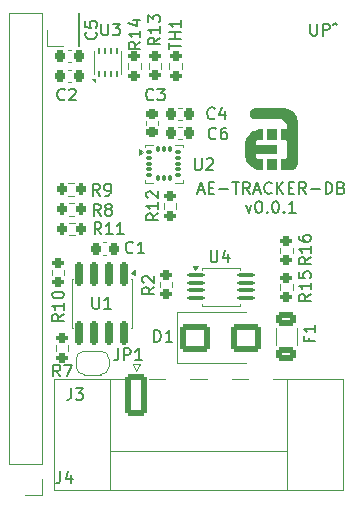
<source format=gbr>
%TF.GenerationSoftware,KiCad,Pcbnew,9.0.6*%
%TF.CreationDate,2026-02-21T13:52:17+10:00*%
%TF.ProjectId,ae-tracker-db,61652d74-7261-4636-9b65-722d64622e6b,rev?*%
%TF.SameCoordinates,Original*%
%TF.FileFunction,Legend,Top*%
%TF.FilePolarity,Positive*%
%FSLAX46Y46*%
G04 Gerber Fmt 4.6, Leading zero omitted, Abs format (unit mm)*
G04 Created by KiCad (PCBNEW 9.0.6) date 2026-02-21 13:52:17*
%MOMM*%
%LPD*%
G01*
G04 APERTURE LIST*
G04 Aperture macros list*
%AMRoundRect*
0 Rectangle with rounded corners*
0 $1 Rounding radius*
0 $2 $3 $4 $5 $6 $7 $8 $9 X,Y pos of 4 corners*
0 Add a 4 corners polygon primitive as box body*
4,1,4,$2,$3,$4,$5,$6,$7,$8,$9,$2,$3,0*
0 Add four circle primitives for the rounded corners*
1,1,$1+$1,$2,$3*
1,1,$1+$1,$4,$5*
1,1,$1+$1,$6,$7*
1,1,$1+$1,$8,$9*
0 Add four rect primitives between the rounded corners*
20,1,$1+$1,$2,$3,$4,$5,0*
20,1,$1+$1,$4,$5,$6,$7,0*
20,1,$1+$1,$6,$7,$8,$9,0*
20,1,$1+$1,$8,$9,$2,$3,0*%
%AMFreePoly0*
4,1,23,0.500000,-0.750000,0.000000,-0.750000,0.000000,-0.745722,-0.065263,-0.745722,-0.191342,-0.711940,-0.304381,-0.646677,-0.396677,-0.554381,-0.461940,-0.441342,-0.495722,-0.315263,-0.495722,-0.250000,-0.500000,-0.250000,-0.500000,0.250000,-0.495722,0.250000,-0.495722,0.315263,-0.461940,0.441342,-0.396677,0.554381,-0.304381,0.646677,-0.191342,0.711940,-0.065263,0.745722,0.000000,0.745722,
0.000000,0.750000,0.500000,0.750000,0.500000,-0.750000,0.500000,-0.750000,$1*%
%AMFreePoly1*
4,1,23,0.000000,0.745722,0.065263,0.745722,0.191342,0.711940,0.304381,0.646677,0.396677,0.554381,0.461940,0.441342,0.495722,0.315263,0.495722,0.250000,0.500000,0.250000,0.500000,-0.250000,0.495722,-0.250000,0.495722,-0.315263,0.461940,-0.441342,0.396677,-0.554381,0.304381,-0.646677,0.191342,-0.711940,0.065263,-0.745722,0.000000,-0.745722,0.000000,-0.750000,-0.500000,-0.750000,
-0.500000,0.750000,0.000000,0.750000,0.000000,0.745722,0.000000,0.745722,$1*%
G04 Aperture macros list end*
%ADD10C,0.150000*%
%ADD11C,0.120000*%
%ADD12C,0.000000*%
%ADD13RoundRect,0.225000X-0.225000X-0.250000X0.225000X-0.250000X0.225000X0.250000X-0.225000X0.250000X0*%
%ADD14RoundRect,0.200000X0.275000X-0.200000X0.275000X0.200000X-0.275000X0.200000X-0.275000X-0.200000X0*%
%ADD15RoundRect,0.150000X-0.150000X0.825000X-0.150000X-0.825000X0.150000X-0.825000X0.150000X0.825000X0*%
%ADD16RoundRect,0.225000X0.250000X-0.225000X0.250000X0.225000X-0.250000X0.225000X-0.250000X-0.225000X0*%
%ADD17R,1.700000X1.700000*%
%ADD18RoundRect,0.200000X-0.275000X0.200000X-0.275000X-0.200000X0.275000X-0.200000X0.275000X0.200000X0*%
%ADD19RoundRect,0.062500X0.062500X-0.187500X0.062500X0.187500X-0.062500X0.187500X-0.062500X-0.187500X0*%
%ADD20R,1.600000X0.900000*%
%ADD21C,1.700000*%
%ADD22RoundRect,0.200000X-0.200000X-0.275000X0.200000X-0.275000X0.200000X0.275000X-0.200000X0.275000X0*%
%ADD23RoundRect,0.225000X0.225000X0.250000X-0.225000X0.250000X-0.225000X-0.250000X0.225000X-0.250000X0*%
%ADD24RoundRect,0.250000X0.625000X-0.312500X0.625000X0.312500X-0.625000X0.312500X-0.625000X-0.312500X0*%
%ADD25FreePoly0,180.000000*%
%ADD26FreePoly1,180.000000*%
%ADD27RoundRect,0.250000X-1.000000X-0.900000X1.000000X-0.900000X1.000000X0.900000X-1.000000X0.900000X0*%
%ADD28RoundRect,0.087500X-0.187500X-0.087500X0.187500X-0.087500X0.187500X0.087500X-0.187500X0.087500X0*%
%ADD29RoundRect,0.087500X-0.087500X-0.187500X0.087500X-0.187500X0.087500X0.187500X-0.087500X0.187500X0*%
%ADD30RoundRect,0.200000X0.200000X0.275000X-0.200000X0.275000X-0.200000X-0.275000X0.200000X-0.275000X0*%
%ADD31RoundRect,0.100000X-0.625000X-0.100000X0.625000X-0.100000X0.625000X0.100000X-0.625000X0.100000X0*%
%ADD32R,1.680000X1.880000*%
%ADD33RoundRect,0.250000X-0.650000X-1.550000X0.650000X-1.550000X0.650000X1.550000X-0.650000X1.550000X0*%
%ADD34O,1.800000X3.600000*%
G04 APERTURE END LIST*
D10*
X150609524Y-94574160D02*
X151085714Y-94574160D01*
X150514286Y-94859875D02*
X150847619Y-93859875D01*
X150847619Y-93859875D02*
X151180952Y-94859875D01*
X151514286Y-94336065D02*
X151847619Y-94336065D01*
X151990476Y-94859875D02*
X151514286Y-94859875D01*
X151514286Y-94859875D02*
X151514286Y-93859875D01*
X151514286Y-93859875D02*
X151990476Y-93859875D01*
X152419048Y-94478922D02*
X153180953Y-94478922D01*
X153514286Y-93859875D02*
X154085714Y-93859875D01*
X153800000Y-94859875D02*
X153800000Y-93859875D01*
X154990476Y-94859875D02*
X154657143Y-94383684D01*
X154419048Y-94859875D02*
X154419048Y-93859875D01*
X154419048Y-93859875D02*
X154800000Y-93859875D01*
X154800000Y-93859875D02*
X154895238Y-93907494D01*
X154895238Y-93907494D02*
X154942857Y-93955113D01*
X154942857Y-93955113D02*
X154990476Y-94050351D01*
X154990476Y-94050351D02*
X154990476Y-94193208D01*
X154990476Y-94193208D02*
X154942857Y-94288446D01*
X154942857Y-94288446D02*
X154895238Y-94336065D01*
X154895238Y-94336065D02*
X154800000Y-94383684D01*
X154800000Y-94383684D02*
X154419048Y-94383684D01*
X155371429Y-94574160D02*
X155847619Y-94574160D01*
X155276191Y-94859875D02*
X155609524Y-93859875D01*
X155609524Y-93859875D02*
X155942857Y-94859875D01*
X156847619Y-94764636D02*
X156800000Y-94812256D01*
X156800000Y-94812256D02*
X156657143Y-94859875D01*
X156657143Y-94859875D02*
X156561905Y-94859875D01*
X156561905Y-94859875D02*
X156419048Y-94812256D01*
X156419048Y-94812256D02*
X156323810Y-94717017D01*
X156323810Y-94717017D02*
X156276191Y-94621779D01*
X156276191Y-94621779D02*
X156228572Y-94431303D01*
X156228572Y-94431303D02*
X156228572Y-94288446D01*
X156228572Y-94288446D02*
X156276191Y-94097970D01*
X156276191Y-94097970D02*
X156323810Y-94002732D01*
X156323810Y-94002732D02*
X156419048Y-93907494D01*
X156419048Y-93907494D02*
X156561905Y-93859875D01*
X156561905Y-93859875D02*
X156657143Y-93859875D01*
X156657143Y-93859875D02*
X156800000Y-93907494D01*
X156800000Y-93907494D02*
X156847619Y-93955113D01*
X157276191Y-94859875D02*
X157276191Y-93859875D01*
X157847619Y-94859875D02*
X157419048Y-94288446D01*
X157847619Y-93859875D02*
X157276191Y-94431303D01*
X158276191Y-94336065D02*
X158609524Y-94336065D01*
X158752381Y-94859875D02*
X158276191Y-94859875D01*
X158276191Y-94859875D02*
X158276191Y-93859875D01*
X158276191Y-93859875D02*
X158752381Y-93859875D01*
X159752381Y-94859875D02*
X159419048Y-94383684D01*
X159180953Y-94859875D02*
X159180953Y-93859875D01*
X159180953Y-93859875D02*
X159561905Y-93859875D01*
X159561905Y-93859875D02*
X159657143Y-93907494D01*
X159657143Y-93907494D02*
X159704762Y-93955113D01*
X159704762Y-93955113D02*
X159752381Y-94050351D01*
X159752381Y-94050351D02*
X159752381Y-94193208D01*
X159752381Y-94193208D02*
X159704762Y-94288446D01*
X159704762Y-94288446D02*
X159657143Y-94336065D01*
X159657143Y-94336065D02*
X159561905Y-94383684D01*
X159561905Y-94383684D02*
X159180953Y-94383684D01*
X160180953Y-94478922D02*
X160942858Y-94478922D01*
X161419048Y-94859875D02*
X161419048Y-93859875D01*
X161419048Y-93859875D02*
X161657143Y-93859875D01*
X161657143Y-93859875D02*
X161800000Y-93907494D01*
X161800000Y-93907494D02*
X161895238Y-94002732D01*
X161895238Y-94002732D02*
X161942857Y-94097970D01*
X161942857Y-94097970D02*
X161990476Y-94288446D01*
X161990476Y-94288446D02*
X161990476Y-94431303D01*
X161990476Y-94431303D02*
X161942857Y-94621779D01*
X161942857Y-94621779D02*
X161895238Y-94717017D01*
X161895238Y-94717017D02*
X161800000Y-94812256D01*
X161800000Y-94812256D02*
X161657143Y-94859875D01*
X161657143Y-94859875D02*
X161419048Y-94859875D01*
X162752381Y-94336065D02*
X162895238Y-94383684D01*
X162895238Y-94383684D02*
X162942857Y-94431303D01*
X162942857Y-94431303D02*
X162990476Y-94526541D01*
X162990476Y-94526541D02*
X162990476Y-94669398D01*
X162990476Y-94669398D02*
X162942857Y-94764636D01*
X162942857Y-94764636D02*
X162895238Y-94812256D01*
X162895238Y-94812256D02*
X162800000Y-94859875D01*
X162800000Y-94859875D02*
X162419048Y-94859875D01*
X162419048Y-94859875D02*
X162419048Y-93859875D01*
X162419048Y-93859875D02*
X162752381Y-93859875D01*
X162752381Y-93859875D02*
X162847619Y-93907494D01*
X162847619Y-93907494D02*
X162895238Y-93955113D01*
X162895238Y-93955113D02*
X162942857Y-94050351D01*
X162942857Y-94050351D02*
X162942857Y-94145589D01*
X162942857Y-94145589D02*
X162895238Y-94240827D01*
X162895238Y-94240827D02*
X162847619Y-94288446D01*
X162847619Y-94288446D02*
X162752381Y-94336065D01*
X162752381Y-94336065D02*
X162419048Y-94336065D01*
X154657143Y-95803152D02*
X154895238Y-96469819D01*
X154895238Y-96469819D02*
X155133333Y-95803152D01*
X155704762Y-95469819D02*
X155800000Y-95469819D01*
X155800000Y-95469819D02*
X155895238Y-95517438D01*
X155895238Y-95517438D02*
X155942857Y-95565057D01*
X155942857Y-95565057D02*
X155990476Y-95660295D01*
X155990476Y-95660295D02*
X156038095Y-95850771D01*
X156038095Y-95850771D02*
X156038095Y-96088866D01*
X156038095Y-96088866D02*
X155990476Y-96279342D01*
X155990476Y-96279342D02*
X155942857Y-96374580D01*
X155942857Y-96374580D02*
X155895238Y-96422200D01*
X155895238Y-96422200D02*
X155800000Y-96469819D01*
X155800000Y-96469819D02*
X155704762Y-96469819D01*
X155704762Y-96469819D02*
X155609524Y-96422200D01*
X155609524Y-96422200D02*
X155561905Y-96374580D01*
X155561905Y-96374580D02*
X155514286Y-96279342D01*
X155514286Y-96279342D02*
X155466667Y-96088866D01*
X155466667Y-96088866D02*
X155466667Y-95850771D01*
X155466667Y-95850771D02*
X155514286Y-95660295D01*
X155514286Y-95660295D02*
X155561905Y-95565057D01*
X155561905Y-95565057D02*
X155609524Y-95517438D01*
X155609524Y-95517438D02*
X155704762Y-95469819D01*
X156466667Y-96374580D02*
X156514286Y-96422200D01*
X156514286Y-96422200D02*
X156466667Y-96469819D01*
X156466667Y-96469819D02*
X156419048Y-96422200D01*
X156419048Y-96422200D02*
X156466667Y-96374580D01*
X156466667Y-96374580D02*
X156466667Y-96469819D01*
X157133333Y-95469819D02*
X157228571Y-95469819D01*
X157228571Y-95469819D02*
X157323809Y-95517438D01*
X157323809Y-95517438D02*
X157371428Y-95565057D01*
X157371428Y-95565057D02*
X157419047Y-95660295D01*
X157419047Y-95660295D02*
X157466666Y-95850771D01*
X157466666Y-95850771D02*
X157466666Y-96088866D01*
X157466666Y-96088866D02*
X157419047Y-96279342D01*
X157419047Y-96279342D02*
X157371428Y-96374580D01*
X157371428Y-96374580D02*
X157323809Y-96422200D01*
X157323809Y-96422200D02*
X157228571Y-96469819D01*
X157228571Y-96469819D02*
X157133333Y-96469819D01*
X157133333Y-96469819D02*
X157038095Y-96422200D01*
X157038095Y-96422200D02*
X156990476Y-96374580D01*
X156990476Y-96374580D02*
X156942857Y-96279342D01*
X156942857Y-96279342D02*
X156895238Y-96088866D01*
X156895238Y-96088866D02*
X156895238Y-95850771D01*
X156895238Y-95850771D02*
X156942857Y-95660295D01*
X156942857Y-95660295D02*
X156990476Y-95565057D01*
X156990476Y-95565057D02*
X157038095Y-95517438D01*
X157038095Y-95517438D02*
X157133333Y-95469819D01*
X157895238Y-96374580D02*
X157942857Y-96422200D01*
X157942857Y-96422200D02*
X157895238Y-96469819D01*
X157895238Y-96469819D02*
X157847619Y-96422200D01*
X157847619Y-96422200D02*
X157895238Y-96374580D01*
X157895238Y-96374580D02*
X157895238Y-96469819D01*
X158895237Y-96469819D02*
X158323809Y-96469819D01*
X158609523Y-96469819D02*
X158609523Y-95469819D01*
X158609523Y-95469819D02*
X158514285Y-95612676D01*
X158514285Y-95612676D02*
X158419047Y-95707914D01*
X158419047Y-95707914D02*
X158323809Y-95755533D01*
X160128571Y-80469819D02*
X160128571Y-81279342D01*
X160128571Y-81279342D02*
X160176190Y-81374580D01*
X160176190Y-81374580D02*
X160223809Y-81422200D01*
X160223809Y-81422200D02*
X160319047Y-81469819D01*
X160319047Y-81469819D02*
X160509523Y-81469819D01*
X160509523Y-81469819D02*
X160604761Y-81422200D01*
X160604761Y-81422200D02*
X160652380Y-81374580D01*
X160652380Y-81374580D02*
X160699999Y-81279342D01*
X160699999Y-81279342D02*
X160699999Y-80469819D01*
X161176190Y-81469819D02*
X161176190Y-80469819D01*
X161176190Y-80469819D02*
X161557142Y-80469819D01*
X161557142Y-80469819D02*
X161652380Y-80517438D01*
X161652380Y-80517438D02*
X161699999Y-80565057D01*
X161699999Y-80565057D02*
X161747618Y-80660295D01*
X161747618Y-80660295D02*
X161747618Y-80803152D01*
X161747618Y-80803152D02*
X161699999Y-80898390D01*
X161699999Y-80898390D02*
X161652380Y-80946009D01*
X161652380Y-80946009D02*
X161557142Y-80993628D01*
X161557142Y-80993628D02*
X161176190Y-80993628D01*
X162033333Y-80565057D02*
X162223809Y-80422200D01*
X162223809Y-80422200D02*
X162414285Y-80565057D01*
X152139341Y-90163840D02*
X152091722Y-90211460D01*
X152091722Y-90211460D02*
X151948865Y-90259079D01*
X151948865Y-90259079D02*
X151853627Y-90259079D01*
X151853627Y-90259079D02*
X151710770Y-90211460D01*
X151710770Y-90211460D02*
X151615532Y-90116221D01*
X151615532Y-90116221D02*
X151567913Y-90020983D01*
X151567913Y-90020983D02*
X151520294Y-89830507D01*
X151520294Y-89830507D02*
X151520294Y-89687650D01*
X151520294Y-89687650D02*
X151567913Y-89497174D01*
X151567913Y-89497174D02*
X151615532Y-89401936D01*
X151615532Y-89401936D02*
X151710770Y-89306698D01*
X151710770Y-89306698D02*
X151853627Y-89259079D01*
X151853627Y-89259079D02*
X151948865Y-89259079D01*
X151948865Y-89259079D02*
X152091722Y-89306698D01*
X152091722Y-89306698D02*
X152139341Y-89354317D01*
X152996484Y-89259079D02*
X152806008Y-89259079D01*
X152806008Y-89259079D02*
X152710770Y-89306698D01*
X152710770Y-89306698D02*
X152663151Y-89354317D01*
X152663151Y-89354317D02*
X152567913Y-89497174D01*
X152567913Y-89497174D02*
X152520294Y-89687650D01*
X152520294Y-89687650D02*
X152520294Y-90068602D01*
X152520294Y-90068602D02*
X152567913Y-90163840D01*
X152567913Y-90163840D02*
X152615532Y-90211460D01*
X152615532Y-90211460D02*
X152710770Y-90259079D01*
X152710770Y-90259079D02*
X152901246Y-90259079D01*
X152901246Y-90259079D02*
X152996484Y-90211460D01*
X152996484Y-90211460D02*
X153044103Y-90163840D01*
X153044103Y-90163840D02*
X153091722Y-90068602D01*
X153091722Y-90068602D02*
X153091722Y-89830507D01*
X153091722Y-89830507D02*
X153044103Y-89735269D01*
X153044103Y-89735269D02*
X152996484Y-89687650D01*
X152996484Y-89687650D02*
X152901246Y-89640031D01*
X152901246Y-89640031D02*
X152710770Y-89640031D01*
X152710770Y-89640031D02*
X152615532Y-89687650D01*
X152615532Y-89687650D02*
X152567913Y-89735269D01*
X152567913Y-89735269D02*
X152520294Y-89830507D01*
X146904819Y-102766666D02*
X146428628Y-103099999D01*
X146904819Y-103338094D02*
X145904819Y-103338094D01*
X145904819Y-103338094D02*
X145904819Y-102957142D01*
X145904819Y-102957142D02*
X145952438Y-102861904D01*
X145952438Y-102861904D02*
X146000057Y-102814285D01*
X146000057Y-102814285D02*
X146095295Y-102766666D01*
X146095295Y-102766666D02*
X146238152Y-102766666D01*
X146238152Y-102766666D02*
X146333390Y-102814285D01*
X146333390Y-102814285D02*
X146381009Y-102861904D01*
X146381009Y-102861904D02*
X146428628Y-102957142D01*
X146428628Y-102957142D02*
X146428628Y-103338094D01*
X146000057Y-102385713D02*
X145952438Y-102338094D01*
X145952438Y-102338094D02*
X145904819Y-102242856D01*
X145904819Y-102242856D02*
X145904819Y-102004761D01*
X145904819Y-102004761D02*
X145952438Y-101909523D01*
X145952438Y-101909523D02*
X146000057Y-101861904D01*
X146000057Y-101861904D02*
X146095295Y-101814285D01*
X146095295Y-101814285D02*
X146190533Y-101814285D01*
X146190533Y-101814285D02*
X146333390Y-101861904D01*
X146333390Y-101861904D02*
X146904819Y-102433332D01*
X146904819Y-102433332D02*
X146904819Y-101814285D01*
X141667483Y-103588233D02*
X141667483Y-104397756D01*
X141667483Y-104397756D02*
X141715102Y-104492994D01*
X141715102Y-104492994D02*
X141762721Y-104540614D01*
X141762721Y-104540614D02*
X141857959Y-104588233D01*
X141857959Y-104588233D02*
X142048435Y-104588233D01*
X142048435Y-104588233D02*
X142143673Y-104540614D01*
X142143673Y-104540614D02*
X142191292Y-104492994D01*
X142191292Y-104492994D02*
X142238911Y-104397756D01*
X142238911Y-104397756D02*
X142238911Y-103588233D01*
X143238911Y-104588233D02*
X142667483Y-104588233D01*
X142953197Y-104588233D02*
X142953197Y-103588233D01*
X142953197Y-103588233D02*
X142857959Y-103731090D01*
X142857959Y-103731090D02*
X142762721Y-103826328D01*
X142762721Y-103826328D02*
X142667483Y-103873947D01*
X160154819Y-100242857D02*
X159678628Y-100576190D01*
X160154819Y-100814285D02*
X159154819Y-100814285D01*
X159154819Y-100814285D02*
X159154819Y-100433333D01*
X159154819Y-100433333D02*
X159202438Y-100338095D01*
X159202438Y-100338095D02*
X159250057Y-100290476D01*
X159250057Y-100290476D02*
X159345295Y-100242857D01*
X159345295Y-100242857D02*
X159488152Y-100242857D01*
X159488152Y-100242857D02*
X159583390Y-100290476D01*
X159583390Y-100290476D02*
X159631009Y-100338095D01*
X159631009Y-100338095D02*
X159678628Y-100433333D01*
X159678628Y-100433333D02*
X159678628Y-100814285D01*
X160154819Y-99290476D02*
X160154819Y-99861904D01*
X160154819Y-99576190D02*
X159154819Y-99576190D01*
X159154819Y-99576190D02*
X159297676Y-99671428D01*
X159297676Y-99671428D02*
X159392914Y-99766666D01*
X159392914Y-99766666D02*
X159440533Y-99861904D01*
X159154819Y-98433333D02*
X159154819Y-98623809D01*
X159154819Y-98623809D02*
X159202438Y-98719047D01*
X159202438Y-98719047D02*
X159250057Y-98766666D01*
X159250057Y-98766666D02*
X159392914Y-98861904D01*
X159392914Y-98861904D02*
X159583390Y-98909523D01*
X159583390Y-98909523D02*
X159964342Y-98909523D01*
X159964342Y-98909523D02*
X160059580Y-98861904D01*
X160059580Y-98861904D02*
X160107200Y-98814285D01*
X160107200Y-98814285D02*
X160154819Y-98719047D01*
X160154819Y-98719047D02*
X160154819Y-98528571D01*
X160154819Y-98528571D02*
X160107200Y-98433333D01*
X160107200Y-98433333D02*
X160059580Y-98385714D01*
X160059580Y-98385714D02*
X159964342Y-98338095D01*
X159964342Y-98338095D02*
X159726247Y-98338095D01*
X159726247Y-98338095D02*
X159631009Y-98385714D01*
X159631009Y-98385714D02*
X159583390Y-98433333D01*
X159583390Y-98433333D02*
X159535771Y-98528571D01*
X159535771Y-98528571D02*
X159535771Y-98719047D01*
X159535771Y-98719047D02*
X159583390Y-98814285D01*
X159583390Y-98814285D02*
X159631009Y-98861904D01*
X159631009Y-98861904D02*
X159726247Y-98909523D01*
X146833333Y-86859580D02*
X146785714Y-86907200D01*
X146785714Y-86907200D02*
X146642857Y-86954819D01*
X146642857Y-86954819D02*
X146547619Y-86954819D01*
X146547619Y-86954819D02*
X146404762Y-86907200D01*
X146404762Y-86907200D02*
X146309524Y-86811961D01*
X146309524Y-86811961D02*
X146261905Y-86716723D01*
X146261905Y-86716723D02*
X146214286Y-86526247D01*
X146214286Y-86526247D02*
X146214286Y-86383390D01*
X146214286Y-86383390D02*
X146261905Y-86192914D01*
X146261905Y-86192914D02*
X146309524Y-86097676D01*
X146309524Y-86097676D02*
X146404762Y-86002438D01*
X146404762Y-86002438D02*
X146547619Y-85954819D01*
X146547619Y-85954819D02*
X146642857Y-85954819D01*
X146642857Y-85954819D02*
X146785714Y-86002438D01*
X146785714Y-86002438D02*
X146833333Y-86050057D01*
X147166667Y-85954819D02*
X147785714Y-85954819D01*
X147785714Y-85954819D02*
X147452381Y-86335771D01*
X147452381Y-86335771D02*
X147595238Y-86335771D01*
X147595238Y-86335771D02*
X147690476Y-86383390D01*
X147690476Y-86383390D02*
X147738095Y-86431009D01*
X147738095Y-86431009D02*
X147785714Y-86526247D01*
X147785714Y-86526247D02*
X147785714Y-86764342D01*
X147785714Y-86764342D02*
X147738095Y-86859580D01*
X147738095Y-86859580D02*
X147690476Y-86907200D01*
X147690476Y-86907200D02*
X147595238Y-86954819D01*
X147595238Y-86954819D02*
X147309524Y-86954819D01*
X147309524Y-86954819D02*
X147214286Y-86907200D01*
X147214286Y-86907200D02*
X147166667Y-86859580D01*
X147385065Y-81642857D02*
X146908874Y-81976190D01*
X147385065Y-82214285D02*
X146385065Y-82214285D01*
X146385065Y-82214285D02*
X146385065Y-81833333D01*
X146385065Y-81833333D02*
X146432684Y-81738095D01*
X146432684Y-81738095D02*
X146480303Y-81690476D01*
X146480303Y-81690476D02*
X146575541Y-81642857D01*
X146575541Y-81642857D02*
X146718398Y-81642857D01*
X146718398Y-81642857D02*
X146813636Y-81690476D01*
X146813636Y-81690476D02*
X146861255Y-81738095D01*
X146861255Y-81738095D02*
X146908874Y-81833333D01*
X146908874Y-81833333D02*
X146908874Y-82214285D01*
X147385065Y-80690476D02*
X147385065Y-81261904D01*
X147385065Y-80976190D02*
X146385065Y-80976190D01*
X146385065Y-80976190D02*
X146527922Y-81071428D01*
X146527922Y-81071428D02*
X146623160Y-81166666D01*
X146623160Y-81166666D02*
X146670779Y-81261904D01*
X146385065Y-80357142D02*
X146385065Y-79738095D01*
X146385065Y-79738095D02*
X146766017Y-80071428D01*
X146766017Y-80071428D02*
X146766017Y-79928571D01*
X146766017Y-79928571D02*
X146813636Y-79833333D01*
X146813636Y-79833333D02*
X146861255Y-79785714D01*
X146861255Y-79785714D02*
X146956493Y-79738095D01*
X146956493Y-79738095D02*
X147194588Y-79738095D01*
X147194588Y-79738095D02*
X147289826Y-79785714D01*
X147289826Y-79785714D02*
X147337446Y-79833333D01*
X147337446Y-79833333D02*
X147385065Y-79928571D01*
X147385065Y-79928571D02*
X147385065Y-80214285D01*
X147385065Y-80214285D02*
X147337446Y-80309523D01*
X147337446Y-80309523D02*
X147289826Y-80357142D01*
X142438095Y-80454819D02*
X142438095Y-81264342D01*
X142438095Y-81264342D02*
X142485714Y-81359580D01*
X142485714Y-81359580D02*
X142533333Y-81407200D01*
X142533333Y-81407200D02*
X142628571Y-81454819D01*
X142628571Y-81454819D02*
X142819047Y-81454819D01*
X142819047Y-81454819D02*
X142914285Y-81407200D01*
X142914285Y-81407200D02*
X142961904Y-81359580D01*
X142961904Y-81359580D02*
X143009523Y-81264342D01*
X143009523Y-81264342D02*
X143009523Y-80454819D01*
X143390476Y-80454819D02*
X144009523Y-80454819D01*
X144009523Y-80454819D02*
X143676190Y-80835771D01*
X143676190Y-80835771D02*
X143819047Y-80835771D01*
X143819047Y-80835771D02*
X143914285Y-80883390D01*
X143914285Y-80883390D02*
X143961904Y-80931009D01*
X143961904Y-80931009D02*
X144009523Y-81026247D01*
X144009523Y-81026247D02*
X144009523Y-81264342D01*
X144009523Y-81264342D02*
X143961904Y-81359580D01*
X143961904Y-81359580D02*
X143914285Y-81407200D01*
X143914285Y-81407200D02*
X143819047Y-81454819D01*
X143819047Y-81454819D02*
X143533333Y-81454819D01*
X143533333Y-81454819D02*
X143438095Y-81407200D01*
X143438095Y-81407200D02*
X143390476Y-81359580D01*
X138966666Y-118354819D02*
X138966666Y-119069104D01*
X138966666Y-119069104D02*
X138919047Y-119211961D01*
X138919047Y-119211961D02*
X138823809Y-119307200D01*
X138823809Y-119307200D02*
X138680952Y-119354819D01*
X138680952Y-119354819D02*
X138585714Y-119354819D01*
X139871428Y-118688152D02*
X139871428Y-119354819D01*
X139633333Y-118307200D02*
X139395238Y-119021485D01*
X139395238Y-119021485D02*
X140014285Y-119021485D01*
X160154819Y-103342857D02*
X159678628Y-103676190D01*
X160154819Y-103914285D02*
X159154819Y-103914285D01*
X159154819Y-103914285D02*
X159154819Y-103533333D01*
X159154819Y-103533333D02*
X159202438Y-103438095D01*
X159202438Y-103438095D02*
X159250057Y-103390476D01*
X159250057Y-103390476D02*
X159345295Y-103342857D01*
X159345295Y-103342857D02*
X159488152Y-103342857D01*
X159488152Y-103342857D02*
X159583390Y-103390476D01*
X159583390Y-103390476D02*
X159631009Y-103438095D01*
X159631009Y-103438095D02*
X159678628Y-103533333D01*
X159678628Y-103533333D02*
X159678628Y-103914285D01*
X160154819Y-102390476D02*
X160154819Y-102961904D01*
X160154819Y-102676190D02*
X159154819Y-102676190D01*
X159154819Y-102676190D02*
X159297676Y-102771428D01*
X159297676Y-102771428D02*
X159392914Y-102866666D01*
X159392914Y-102866666D02*
X159440533Y-102961904D01*
X159154819Y-101485714D02*
X159154819Y-101961904D01*
X159154819Y-101961904D02*
X159631009Y-102009523D01*
X159631009Y-102009523D02*
X159583390Y-101961904D01*
X159583390Y-101961904D02*
X159535771Y-101866666D01*
X159535771Y-101866666D02*
X159535771Y-101628571D01*
X159535771Y-101628571D02*
X159583390Y-101533333D01*
X159583390Y-101533333D02*
X159631009Y-101485714D01*
X159631009Y-101485714D02*
X159726247Y-101438095D01*
X159726247Y-101438095D02*
X159964342Y-101438095D01*
X159964342Y-101438095D02*
X160059580Y-101485714D01*
X160059580Y-101485714D02*
X160107200Y-101533333D01*
X160107200Y-101533333D02*
X160154819Y-101628571D01*
X160154819Y-101628571D02*
X160154819Y-101866666D01*
X160154819Y-101866666D02*
X160107200Y-101961904D01*
X160107200Y-101961904D02*
X160059580Y-102009523D01*
X147244950Y-96530670D02*
X146768759Y-96864003D01*
X147244950Y-97102098D02*
X146244950Y-97102098D01*
X146244950Y-97102098D02*
X146244950Y-96721146D01*
X146244950Y-96721146D02*
X146292569Y-96625908D01*
X146292569Y-96625908D02*
X146340188Y-96578289D01*
X146340188Y-96578289D02*
X146435426Y-96530670D01*
X146435426Y-96530670D02*
X146578283Y-96530670D01*
X146578283Y-96530670D02*
X146673521Y-96578289D01*
X146673521Y-96578289D02*
X146721140Y-96625908D01*
X146721140Y-96625908D02*
X146768759Y-96721146D01*
X146768759Y-96721146D02*
X146768759Y-97102098D01*
X147244950Y-95578289D02*
X147244950Y-96149717D01*
X147244950Y-95864003D02*
X146244950Y-95864003D01*
X146244950Y-95864003D02*
X146387807Y-95959241D01*
X146387807Y-95959241D02*
X146483045Y-96054479D01*
X146483045Y-96054479D02*
X146530664Y-96149717D01*
X146340188Y-95197336D02*
X146292569Y-95149717D01*
X146292569Y-95149717D02*
X146244950Y-95054479D01*
X146244950Y-95054479D02*
X146244950Y-94816384D01*
X146244950Y-94816384D02*
X146292569Y-94721146D01*
X146292569Y-94721146D02*
X146340188Y-94673527D01*
X146340188Y-94673527D02*
X146435426Y-94625908D01*
X146435426Y-94625908D02*
X146530664Y-94625908D01*
X146530664Y-94625908D02*
X146673521Y-94673527D01*
X146673521Y-94673527D02*
X147244950Y-95244955D01*
X147244950Y-95244955D02*
X147244950Y-94625908D01*
X145108343Y-99806236D02*
X145060724Y-99853856D01*
X145060724Y-99853856D02*
X144917867Y-99901475D01*
X144917867Y-99901475D02*
X144822629Y-99901475D01*
X144822629Y-99901475D02*
X144679772Y-99853856D01*
X144679772Y-99853856D02*
X144584534Y-99758617D01*
X144584534Y-99758617D02*
X144536915Y-99663379D01*
X144536915Y-99663379D02*
X144489296Y-99472903D01*
X144489296Y-99472903D02*
X144489296Y-99330046D01*
X144489296Y-99330046D02*
X144536915Y-99139570D01*
X144536915Y-99139570D02*
X144584534Y-99044332D01*
X144584534Y-99044332D02*
X144679772Y-98949094D01*
X144679772Y-98949094D02*
X144822629Y-98901475D01*
X144822629Y-98901475D02*
X144917867Y-98901475D01*
X144917867Y-98901475D02*
X145060724Y-98949094D01*
X145060724Y-98949094D02*
X145108343Y-98996713D01*
X146060724Y-99901475D02*
X145489296Y-99901475D01*
X145775010Y-99901475D02*
X145775010Y-98901475D01*
X145775010Y-98901475D02*
X145679772Y-99044332D01*
X145679772Y-99044332D02*
X145584534Y-99139570D01*
X145584534Y-99139570D02*
X145489296Y-99187189D01*
X142298032Y-95008550D02*
X141964699Y-94532359D01*
X141726604Y-95008550D02*
X141726604Y-94008550D01*
X141726604Y-94008550D02*
X142107556Y-94008550D01*
X142107556Y-94008550D02*
X142202794Y-94056169D01*
X142202794Y-94056169D02*
X142250413Y-94103788D01*
X142250413Y-94103788D02*
X142298032Y-94199026D01*
X142298032Y-94199026D02*
X142298032Y-94341883D01*
X142298032Y-94341883D02*
X142250413Y-94437121D01*
X142250413Y-94437121D02*
X142202794Y-94484740D01*
X142202794Y-94484740D02*
X142107556Y-94532359D01*
X142107556Y-94532359D02*
X141726604Y-94532359D01*
X142774223Y-95008550D02*
X142964699Y-95008550D01*
X142964699Y-95008550D02*
X143059937Y-94960931D01*
X143059937Y-94960931D02*
X143107556Y-94913311D01*
X143107556Y-94913311D02*
X143202794Y-94770454D01*
X143202794Y-94770454D02*
X143250413Y-94579978D01*
X143250413Y-94579978D02*
X143250413Y-94199026D01*
X143250413Y-94199026D02*
X143202794Y-94103788D01*
X143202794Y-94103788D02*
X143155175Y-94056169D01*
X143155175Y-94056169D02*
X143059937Y-94008550D01*
X143059937Y-94008550D02*
X142869461Y-94008550D01*
X142869461Y-94008550D02*
X142774223Y-94056169D01*
X142774223Y-94056169D02*
X142726604Y-94103788D01*
X142726604Y-94103788D02*
X142678985Y-94199026D01*
X142678985Y-94199026D02*
X142678985Y-94437121D01*
X142678985Y-94437121D02*
X142726604Y-94532359D01*
X142726604Y-94532359D02*
X142774223Y-94579978D01*
X142774223Y-94579978D02*
X142869461Y-94627597D01*
X142869461Y-94627597D02*
X143059937Y-94627597D01*
X143059937Y-94627597D02*
X143155175Y-94579978D01*
X143155175Y-94579978D02*
X143202794Y-94532359D01*
X143202794Y-94532359D02*
X143250413Y-94437121D01*
X139254819Y-105042857D02*
X138778628Y-105376190D01*
X139254819Y-105614285D02*
X138254819Y-105614285D01*
X138254819Y-105614285D02*
X138254819Y-105233333D01*
X138254819Y-105233333D02*
X138302438Y-105138095D01*
X138302438Y-105138095D02*
X138350057Y-105090476D01*
X138350057Y-105090476D02*
X138445295Y-105042857D01*
X138445295Y-105042857D02*
X138588152Y-105042857D01*
X138588152Y-105042857D02*
X138683390Y-105090476D01*
X138683390Y-105090476D02*
X138731009Y-105138095D01*
X138731009Y-105138095D02*
X138778628Y-105233333D01*
X138778628Y-105233333D02*
X138778628Y-105614285D01*
X139254819Y-104090476D02*
X139254819Y-104661904D01*
X139254819Y-104376190D02*
X138254819Y-104376190D01*
X138254819Y-104376190D02*
X138397676Y-104471428D01*
X138397676Y-104471428D02*
X138492914Y-104566666D01*
X138492914Y-104566666D02*
X138540533Y-104661904D01*
X138254819Y-103471428D02*
X138254819Y-103376190D01*
X138254819Y-103376190D02*
X138302438Y-103280952D01*
X138302438Y-103280952D02*
X138350057Y-103233333D01*
X138350057Y-103233333D02*
X138445295Y-103185714D01*
X138445295Y-103185714D02*
X138635771Y-103138095D01*
X138635771Y-103138095D02*
X138873866Y-103138095D01*
X138873866Y-103138095D02*
X139064342Y-103185714D01*
X139064342Y-103185714D02*
X139159580Y-103233333D01*
X139159580Y-103233333D02*
X139207200Y-103280952D01*
X139207200Y-103280952D02*
X139254819Y-103376190D01*
X139254819Y-103376190D02*
X139254819Y-103471428D01*
X139254819Y-103471428D02*
X139207200Y-103566666D01*
X139207200Y-103566666D02*
X139159580Y-103614285D01*
X139159580Y-103614285D02*
X139064342Y-103661904D01*
X139064342Y-103661904D02*
X138873866Y-103709523D01*
X138873866Y-103709523D02*
X138635771Y-103709523D01*
X138635771Y-103709523D02*
X138445295Y-103661904D01*
X138445295Y-103661904D02*
X138350057Y-103614285D01*
X138350057Y-103614285D02*
X138302438Y-103566666D01*
X138302438Y-103566666D02*
X138254819Y-103471428D01*
X139333333Y-86859580D02*
X139285714Y-86907200D01*
X139285714Y-86907200D02*
X139142857Y-86954819D01*
X139142857Y-86954819D02*
X139047619Y-86954819D01*
X139047619Y-86954819D02*
X138904762Y-86907200D01*
X138904762Y-86907200D02*
X138809524Y-86811961D01*
X138809524Y-86811961D02*
X138761905Y-86716723D01*
X138761905Y-86716723D02*
X138714286Y-86526247D01*
X138714286Y-86526247D02*
X138714286Y-86383390D01*
X138714286Y-86383390D02*
X138761905Y-86192914D01*
X138761905Y-86192914D02*
X138809524Y-86097676D01*
X138809524Y-86097676D02*
X138904762Y-86002438D01*
X138904762Y-86002438D02*
X139047619Y-85954819D01*
X139047619Y-85954819D02*
X139142857Y-85954819D01*
X139142857Y-85954819D02*
X139285714Y-86002438D01*
X139285714Y-86002438D02*
X139333333Y-86050057D01*
X139714286Y-86050057D02*
X139761905Y-86002438D01*
X139761905Y-86002438D02*
X139857143Y-85954819D01*
X139857143Y-85954819D02*
X140095238Y-85954819D01*
X140095238Y-85954819D02*
X140190476Y-86002438D01*
X140190476Y-86002438D02*
X140238095Y-86050057D01*
X140238095Y-86050057D02*
X140285714Y-86145295D01*
X140285714Y-86145295D02*
X140285714Y-86240533D01*
X140285714Y-86240533D02*
X140238095Y-86383390D01*
X140238095Y-86383390D02*
X139666667Y-86954819D01*
X139666667Y-86954819D02*
X140285714Y-86954819D01*
X142364372Y-96731203D02*
X142031039Y-96255012D01*
X141792944Y-96731203D02*
X141792944Y-95731203D01*
X141792944Y-95731203D02*
X142173896Y-95731203D01*
X142173896Y-95731203D02*
X142269134Y-95778822D01*
X142269134Y-95778822D02*
X142316753Y-95826441D01*
X142316753Y-95826441D02*
X142364372Y-95921679D01*
X142364372Y-95921679D02*
X142364372Y-96064536D01*
X142364372Y-96064536D02*
X142316753Y-96159774D01*
X142316753Y-96159774D02*
X142269134Y-96207393D01*
X142269134Y-96207393D02*
X142173896Y-96255012D01*
X142173896Y-96255012D02*
X141792944Y-96255012D01*
X142935801Y-96159774D02*
X142840563Y-96112155D01*
X142840563Y-96112155D02*
X142792944Y-96064536D01*
X142792944Y-96064536D02*
X142745325Y-95969298D01*
X142745325Y-95969298D02*
X142745325Y-95921679D01*
X142745325Y-95921679D02*
X142792944Y-95826441D01*
X142792944Y-95826441D02*
X142840563Y-95778822D01*
X142840563Y-95778822D02*
X142935801Y-95731203D01*
X142935801Y-95731203D02*
X143126277Y-95731203D01*
X143126277Y-95731203D02*
X143221515Y-95778822D01*
X143221515Y-95778822D02*
X143269134Y-95826441D01*
X143269134Y-95826441D02*
X143316753Y-95921679D01*
X143316753Y-95921679D02*
X143316753Y-95969298D01*
X143316753Y-95969298D02*
X143269134Y-96064536D01*
X143269134Y-96064536D02*
X143221515Y-96112155D01*
X143221515Y-96112155D02*
X143126277Y-96159774D01*
X143126277Y-96159774D02*
X142935801Y-96159774D01*
X142935801Y-96159774D02*
X142840563Y-96207393D01*
X142840563Y-96207393D02*
X142792944Y-96255012D01*
X142792944Y-96255012D02*
X142745325Y-96350250D01*
X142745325Y-96350250D02*
X142745325Y-96540726D01*
X142745325Y-96540726D02*
X142792944Y-96635964D01*
X142792944Y-96635964D02*
X142840563Y-96683584D01*
X142840563Y-96683584D02*
X142935801Y-96731203D01*
X142935801Y-96731203D02*
X143126277Y-96731203D01*
X143126277Y-96731203D02*
X143221515Y-96683584D01*
X143221515Y-96683584D02*
X143269134Y-96635964D01*
X143269134Y-96635964D02*
X143316753Y-96540726D01*
X143316753Y-96540726D02*
X143316753Y-96350250D01*
X143316753Y-96350250D02*
X143269134Y-96255012D01*
X143269134Y-96255012D02*
X143221515Y-96207393D01*
X143221515Y-96207393D02*
X143126277Y-96159774D01*
X160031009Y-107033333D02*
X160031009Y-107366666D01*
X160554819Y-107366666D02*
X159554819Y-107366666D01*
X159554819Y-107366666D02*
X159554819Y-106890476D01*
X160554819Y-105985714D02*
X160554819Y-106557142D01*
X160554819Y-106271428D02*
X159554819Y-106271428D01*
X159554819Y-106271428D02*
X159697676Y-106366666D01*
X159697676Y-106366666D02*
X159792914Y-106461904D01*
X159792914Y-106461904D02*
X159840533Y-106557142D01*
X138938872Y-110322802D02*
X138605539Y-109846611D01*
X138367444Y-110322802D02*
X138367444Y-109322802D01*
X138367444Y-109322802D02*
X138748396Y-109322802D01*
X138748396Y-109322802D02*
X138843634Y-109370421D01*
X138843634Y-109370421D02*
X138891253Y-109418040D01*
X138891253Y-109418040D02*
X138938872Y-109513278D01*
X138938872Y-109513278D02*
X138938872Y-109656135D01*
X138938872Y-109656135D02*
X138891253Y-109751373D01*
X138891253Y-109751373D02*
X138843634Y-109798992D01*
X138843634Y-109798992D02*
X138748396Y-109846611D01*
X138748396Y-109846611D02*
X138367444Y-109846611D01*
X139272206Y-109322802D02*
X139938872Y-109322802D01*
X139938872Y-109322802D02*
X139510301Y-110322802D01*
X143866666Y-107954819D02*
X143866666Y-108669104D01*
X143866666Y-108669104D02*
X143819047Y-108811961D01*
X143819047Y-108811961D02*
X143723809Y-108907200D01*
X143723809Y-108907200D02*
X143580952Y-108954819D01*
X143580952Y-108954819D02*
X143485714Y-108954819D01*
X144342857Y-108954819D02*
X144342857Y-107954819D01*
X144342857Y-107954819D02*
X144723809Y-107954819D01*
X144723809Y-107954819D02*
X144819047Y-108002438D01*
X144819047Y-108002438D02*
X144866666Y-108050057D01*
X144866666Y-108050057D02*
X144914285Y-108145295D01*
X144914285Y-108145295D02*
X144914285Y-108288152D01*
X144914285Y-108288152D02*
X144866666Y-108383390D01*
X144866666Y-108383390D02*
X144819047Y-108431009D01*
X144819047Y-108431009D02*
X144723809Y-108478628D01*
X144723809Y-108478628D02*
X144342857Y-108478628D01*
X145866666Y-108954819D02*
X145295238Y-108954819D01*
X145580952Y-108954819D02*
X145580952Y-107954819D01*
X145580952Y-107954819D02*
X145485714Y-108097676D01*
X145485714Y-108097676D02*
X145390476Y-108192914D01*
X145390476Y-108192914D02*
X145295238Y-108240533D01*
X146911905Y-107392319D02*
X146911905Y-106392319D01*
X146911905Y-106392319D02*
X147150000Y-106392319D01*
X147150000Y-106392319D02*
X147292857Y-106439938D01*
X147292857Y-106439938D02*
X147388095Y-106535176D01*
X147388095Y-106535176D02*
X147435714Y-106630414D01*
X147435714Y-106630414D02*
X147483333Y-106820890D01*
X147483333Y-106820890D02*
X147483333Y-106963747D01*
X147483333Y-106963747D02*
X147435714Y-107154223D01*
X147435714Y-107154223D02*
X147388095Y-107249461D01*
X147388095Y-107249461D02*
X147292857Y-107344700D01*
X147292857Y-107344700D02*
X147150000Y-107392319D01*
X147150000Y-107392319D02*
X146911905Y-107392319D01*
X148435714Y-107392319D02*
X147864286Y-107392319D01*
X148150000Y-107392319D02*
X148150000Y-106392319D01*
X148150000Y-106392319D02*
X148054762Y-106535176D01*
X148054762Y-106535176D02*
X147959524Y-106630414D01*
X147959524Y-106630414D02*
X147864286Y-106678033D01*
X150338095Y-91854819D02*
X150338095Y-92664342D01*
X150338095Y-92664342D02*
X150385714Y-92759580D01*
X150385714Y-92759580D02*
X150433333Y-92807200D01*
X150433333Y-92807200D02*
X150528571Y-92854819D01*
X150528571Y-92854819D02*
X150719047Y-92854819D01*
X150719047Y-92854819D02*
X150814285Y-92807200D01*
X150814285Y-92807200D02*
X150861904Y-92759580D01*
X150861904Y-92759580D02*
X150909523Y-92664342D01*
X150909523Y-92664342D02*
X150909523Y-91854819D01*
X151338095Y-91950057D02*
X151385714Y-91902438D01*
X151385714Y-91902438D02*
X151480952Y-91854819D01*
X151480952Y-91854819D02*
X151719047Y-91854819D01*
X151719047Y-91854819D02*
X151814285Y-91902438D01*
X151814285Y-91902438D02*
X151861904Y-91950057D01*
X151861904Y-91950057D02*
X151909523Y-92045295D01*
X151909523Y-92045295D02*
X151909523Y-92140533D01*
X151909523Y-92140533D02*
X151861904Y-92283390D01*
X151861904Y-92283390D02*
X151290476Y-92854819D01*
X151290476Y-92854819D02*
X151909523Y-92854819D01*
X141959580Y-81166666D02*
X142007200Y-81214285D01*
X142007200Y-81214285D02*
X142054819Y-81357142D01*
X142054819Y-81357142D02*
X142054819Y-81452380D01*
X142054819Y-81452380D02*
X142007200Y-81595237D01*
X142007200Y-81595237D02*
X141911961Y-81690475D01*
X141911961Y-81690475D02*
X141816723Y-81738094D01*
X141816723Y-81738094D02*
X141626247Y-81785713D01*
X141626247Y-81785713D02*
X141483390Y-81785713D01*
X141483390Y-81785713D02*
X141292914Y-81738094D01*
X141292914Y-81738094D02*
X141197676Y-81690475D01*
X141197676Y-81690475D02*
X141102438Y-81595237D01*
X141102438Y-81595237D02*
X141054819Y-81452380D01*
X141054819Y-81452380D02*
X141054819Y-81357142D01*
X141054819Y-81357142D02*
X141102438Y-81214285D01*
X141102438Y-81214285D02*
X141150057Y-81166666D01*
X141054819Y-80261904D02*
X141054819Y-80738094D01*
X141054819Y-80738094D02*
X141531009Y-80785713D01*
X141531009Y-80785713D02*
X141483390Y-80738094D01*
X141483390Y-80738094D02*
X141435771Y-80642856D01*
X141435771Y-80642856D02*
X141435771Y-80404761D01*
X141435771Y-80404761D02*
X141483390Y-80309523D01*
X141483390Y-80309523D02*
X141531009Y-80261904D01*
X141531009Y-80261904D02*
X141626247Y-80214285D01*
X141626247Y-80214285D02*
X141864342Y-80214285D01*
X141864342Y-80214285D02*
X141959580Y-80261904D01*
X141959580Y-80261904D02*
X142007200Y-80309523D01*
X142007200Y-80309523D02*
X142054819Y-80404761D01*
X142054819Y-80404761D02*
X142054819Y-80642856D01*
X142054819Y-80642856D02*
X142007200Y-80738094D01*
X142007200Y-80738094D02*
X141959580Y-80785713D01*
X142423497Y-98278581D02*
X142090164Y-97802390D01*
X141852069Y-98278581D02*
X141852069Y-97278581D01*
X141852069Y-97278581D02*
X142233021Y-97278581D01*
X142233021Y-97278581D02*
X142328259Y-97326200D01*
X142328259Y-97326200D02*
X142375878Y-97373819D01*
X142375878Y-97373819D02*
X142423497Y-97469057D01*
X142423497Y-97469057D02*
X142423497Y-97611914D01*
X142423497Y-97611914D02*
X142375878Y-97707152D01*
X142375878Y-97707152D02*
X142328259Y-97754771D01*
X142328259Y-97754771D02*
X142233021Y-97802390D01*
X142233021Y-97802390D02*
X141852069Y-97802390D01*
X143375878Y-98278581D02*
X142804450Y-98278581D01*
X143090164Y-98278581D02*
X143090164Y-97278581D01*
X143090164Y-97278581D02*
X142994926Y-97421438D01*
X142994926Y-97421438D02*
X142899688Y-97516676D01*
X142899688Y-97516676D02*
X142804450Y-97564295D01*
X144328259Y-98278581D02*
X143756831Y-98278581D01*
X144042545Y-98278581D02*
X144042545Y-97278581D01*
X144042545Y-97278581D02*
X143947307Y-97421438D01*
X143947307Y-97421438D02*
X143852069Y-97516676D01*
X143852069Y-97516676D02*
X143756831Y-97564295D01*
X151688095Y-99654819D02*
X151688095Y-100464342D01*
X151688095Y-100464342D02*
X151735714Y-100559580D01*
X151735714Y-100559580D02*
X151783333Y-100607200D01*
X151783333Y-100607200D02*
X151878571Y-100654819D01*
X151878571Y-100654819D02*
X152069047Y-100654819D01*
X152069047Y-100654819D02*
X152164285Y-100607200D01*
X152164285Y-100607200D02*
X152211904Y-100559580D01*
X152211904Y-100559580D02*
X152259523Y-100464342D01*
X152259523Y-100464342D02*
X152259523Y-99654819D01*
X153164285Y-99988152D02*
X153164285Y-100654819D01*
X152926190Y-99607200D02*
X152688095Y-100321485D01*
X152688095Y-100321485D02*
X153307142Y-100321485D01*
X145739657Y-81992219D02*
X145263466Y-82325552D01*
X145739657Y-82563647D02*
X144739657Y-82563647D01*
X144739657Y-82563647D02*
X144739657Y-82182695D01*
X144739657Y-82182695D02*
X144787276Y-82087457D01*
X144787276Y-82087457D02*
X144834895Y-82039838D01*
X144834895Y-82039838D02*
X144930133Y-81992219D01*
X144930133Y-81992219D02*
X145072990Y-81992219D01*
X145072990Y-81992219D02*
X145168228Y-82039838D01*
X145168228Y-82039838D02*
X145215847Y-82087457D01*
X145215847Y-82087457D02*
X145263466Y-82182695D01*
X145263466Y-82182695D02*
X145263466Y-82563647D01*
X145739657Y-81039838D02*
X145739657Y-81611266D01*
X145739657Y-81325552D02*
X144739657Y-81325552D01*
X144739657Y-81325552D02*
X144882514Y-81420790D01*
X144882514Y-81420790D02*
X144977752Y-81516028D01*
X144977752Y-81516028D02*
X145025371Y-81611266D01*
X145072990Y-80182695D02*
X145739657Y-80182695D01*
X144692038Y-80420790D02*
X145406323Y-80658885D01*
X145406323Y-80658885D02*
X145406323Y-80039838D01*
X148168904Y-82635075D02*
X148168904Y-82063647D01*
X149168904Y-82349361D02*
X148168904Y-82349361D01*
X149168904Y-81730313D02*
X148168904Y-81730313D01*
X148645094Y-81730313D02*
X148645094Y-81158885D01*
X149168904Y-81158885D02*
X148168904Y-81158885D01*
X149168904Y-80158885D02*
X149168904Y-80730313D01*
X149168904Y-80444599D02*
X148168904Y-80444599D01*
X148168904Y-80444599D02*
X148311761Y-80539837D01*
X148311761Y-80539837D02*
X148406999Y-80635075D01*
X148406999Y-80635075D02*
X148454618Y-80730313D01*
X152013166Y-88454747D02*
X151965547Y-88502367D01*
X151965547Y-88502367D02*
X151822690Y-88549986D01*
X151822690Y-88549986D02*
X151727452Y-88549986D01*
X151727452Y-88549986D02*
X151584595Y-88502367D01*
X151584595Y-88502367D02*
X151489357Y-88407128D01*
X151489357Y-88407128D02*
X151441738Y-88311890D01*
X151441738Y-88311890D02*
X151394119Y-88121414D01*
X151394119Y-88121414D02*
X151394119Y-87978557D01*
X151394119Y-87978557D02*
X151441738Y-87788081D01*
X151441738Y-87788081D02*
X151489357Y-87692843D01*
X151489357Y-87692843D02*
X151584595Y-87597605D01*
X151584595Y-87597605D02*
X151727452Y-87549986D01*
X151727452Y-87549986D02*
X151822690Y-87549986D01*
X151822690Y-87549986D02*
X151965547Y-87597605D01*
X151965547Y-87597605D02*
X152013166Y-87645224D01*
X152870309Y-87883319D02*
X152870309Y-88549986D01*
X152632214Y-87502367D02*
X152394119Y-88216652D01*
X152394119Y-88216652D02*
X153013166Y-88216652D01*
X139866666Y-111322319D02*
X139866666Y-112036604D01*
X139866666Y-112036604D02*
X139819047Y-112179461D01*
X139819047Y-112179461D02*
X139723809Y-112274700D01*
X139723809Y-112274700D02*
X139580952Y-112322319D01*
X139580952Y-112322319D02*
X139485714Y-112322319D01*
X140247619Y-111322319D02*
X140866666Y-111322319D01*
X140866666Y-111322319D02*
X140533333Y-111703271D01*
X140533333Y-111703271D02*
X140676190Y-111703271D01*
X140676190Y-111703271D02*
X140771428Y-111750890D01*
X140771428Y-111750890D02*
X140819047Y-111798509D01*
X140819047Y-111798509D02*
X140866666Y-111893747D01*
X140866666Y-111893747D02*
X140866666Y-112131842D01*
X140866666Y-112131842D02*
X140819047Y-112227080D01*
X140819047Y-112227080D02*
X140771428Y-112274700D01*
X140771428Y-112274700D02*
X140676190Y-112322319D01*
X140676190Y-112322319D02*
X140390476Y-112322319D01*
X140390476Y-112322319D02*
X140295238Y-112274700D01*
X140295238Y-112274700D02*
X140247619Y-112227080D01*
D11*
%TO.C,C6*%
X148940428Y-89194260D02*
X149221588Y-89194260D01*
X148940428Y-90214260D02*
X149221588Y-90214260D01*
%TO.C,R2*%
X147398989Y-102782258D02*
X147398989Y-102307742D01*
X148443989Y-102782258D02*
X148443989Y-102307742D01*
%TO.C,U1*%
X139906888Y-102073414D02*
X140001888Y-102073414D01*
X139906888Y-106193414D02*
X139906888Y-102073414D01*
X140001888Y-106193414D02*
X139906888Y-106193414D01*
X144931888Y-102073414D02*
X145026888Y-102073414D01*
X145026888Y-102073414D02*
X145026888Y-106193414D01*
X145026888Y-106193414D02*
X144931888Y-106193414D01*
X145266888Y-101773414D02*
X144936888Y-101533414D01*
X145266888Y-101293414D01*
X145266888Y-101773414D01*
G36*
X145266888Y-101773414D02*
G01*
X144936888Y-101533414D01*
X145266888Y-101293414D01*
X145266888Y-101773414D01*
G37*
%TO.C,R16*%
X157577500Y-99912258D02*
X157577500Y-99437742D01*
X158622500Y-99912258D02*
X158622500Y-99437742D01*
%TO.C,C3*%
X146205547Y-89016492D02*
X146205547Y-88735332D01*
X147225547Y-89016492D02*
X147225547Y-88735332D01*
%TO.C,J2*%
X137792975Y-82335572D02*
X137792975Y-80955572D01*
X139172975Y-82335572D02*
X137792975Y-82335572D01*
X140442975Y-79575572D02*
X140552975Y-79575572D01*
X140442975Y-82335572D02*
X140442975Y-79575572D01*
X140442975Y-82335572D02*
X140552975Y-82335572D01*
X140552975Y-82335572D02*
X140552975Y-79575572D01*
%TO.C,R13*%
X146465167Y-83780626D02*
X146465167Y-84255142D01*
X147510167Y-83780626D02*
X147510167Y-84255142D01*
%TO.C,U3*%
X141838491Y-84755622D02*
X141838491Y-82755622D01*
X144118491Y-84745622D02*
X144118491Y-82745622D01*
X141908491Y-85395622D02*
X141628491Y-85115622D01*
X141908491Y-85115622D01*
X141908491Y-85395622D01*
G36*
X141908491Y-85395622D02*
G01*
X141628491Y-85115622D01*
X141908491Y-85115622D01*
X141908491Y-85395622D01*
G37*
%TO.C,J4*%
X134620000Y-117730000D02*
X134620000Y-79520000D01*
X137380000Y-79520000D02*
X134620000Y-79520000D01*
X137380000Y-117730000D02*
X134620000Y-117730000D01*
X137380000Y-117730000D02*
X137380000Y-79520000D01*
X137380000Y-119000000D02*
X137380000Y-120380000D01*
X137380000Y-120380000D02*
X136000000Y-120380000D01*
%TO.C,R15*%
X157577500Y-103012258D02*
X157577500Y-102537742D01*
X158622500Y-103012258D02*
X158622500Y-102537742D01*
%TO.C,R12*%
X147697631Y-96125071D02*
X147697631Y-95650555D01*
X148742631Y-96125071D02*
X148742631Y-95650555D01*
%TO.C,C1*%
X142572836Y-98985917D02*
X142853996Y-98985917D01*
X142572836Y-100005917D02*
X142853996Y-100005917D01*
%TO.C,R9*%
X139645360Y-93972989D02*
X140119876Y-93972989D01*
X139645360Y-95017989D02*
X140119876Y-95017989D01*
%TO.C,R10*%
X138229161Y-101291714D02*
X138229161Y-101766230D01*
X139274161Y-101291714D02*
X139274161Y-101766230D01*
%TO.C,C2*%
X139869071Y-84365614D02*
X139587911Y-84365614D01*
X139869071Y-85385614D02*
X139587911Y-85385614D01*
%TO.C,R8*%
X139677248Y-95660436D02*
X140151764Y-95660436D01*
X139677248Y-96705436D02*
X140151764Y-96705436D01*
%TO.C,F1*%
X157190000Y-107664564D02*
X157190000Y-106210436D01*
X159010000Y-107664564D02*
X159010000Y-106210436D01*
%TO.C,R7*%
X138577500Y-108137258D02*
X138577500Y-107662742D01*
X139622500Y-108137258D02*
X139622500Y-107662742D01*
%TO.C,JP1*%
X140280777Y-109476007D02*
X140280777Y-108876007D01*
X140980777Y-108176007D02*
X142380777Y-108176007D01*
X142380777Y-110176007D02*
X140980777Y-110176007D01*
X143080777Y-108876007D02*
X143080777Y-109476007D01*
X140280777Y-108876007D02*
G75*
G02*
X140980777Y-108176007I700000J0D01*
G01*
X140980777Y-110176007D02*
G75*
G02*
X140280777Y-109476007I0J700000D01*
G01*
X142380777Y-108176007D02*
G75*
G02*
X143080777Y-108876007I1J-699999D01*
G01*
X143080777Y-109476007D02*
G75*
G02*
X142380777Y-110176007I-699999J-1D01*
G01*
%TO.C,D1*%
X148840000Y-104887500D02*
X148840000Y-109187500D01*
X148840000Y-104887500D02*
X154650000Y-104887500D01*
X148840000Y-109187500D02*
X154650000Y-109187500D01*
%TO.C,U2*%
X146090000Y-90689749D02*
X146765000Y-90689749D01*
X146090000Y-90864749D02*
X146090000Y-90689749D01*
X146090000Y-93909749D02*
X146090000Y-93734749D01*
X146765000Y-93909749D02*
X146090000Y-93909749D01*
X148635000Y-90689749D02*
X149310000Y-90689749D01*
X149310000Y-90689749D02*
X149310000Y-90864749D01*
X149310000Y-93734749D02*
X149310000Y-93909749D01*
X149310000Y-93909749D02*
X148635000Y-93909749D01*
X145940000Y-91299749D02*
X145610000Y-91539749D01*
X145610000Y-91059749D01*
X145940000Y-91299749D01*
G36*
X145940000Y-91299749D02*
G01*
X145610000Y-91539749D01*
X145610000Y-91059749D01*
X145940000Y-91299749D01*
G37*
D12*
%TO.C,G\u002A\u002A\u002A*%
G36*
X156873420Y-89386573D02*
G01*
X157290326Y-89389393D01*
X157290326Y-90305388D01*
X156872741Y-90308208D01*
X156455155Y-90311029D01*
X156454644Y-90001081D01*
X156454292Y-89914995D01*
X156453562Y-89830194D01*
X156452517Y-89750739D01*
X156451219Y-89680691D01*
X156449734Y-89624113D01*
X156448139Y-89585347D01*
X156446231Y-89533414D01*
X156446185Y-89483780D01*
X156447941Y-89444249D01*
X156449329Y-89431657D01*
X156456513Y-89383754D01*
X156873420Y-89386573D01*
G37*
G36*
X157293136Y-92398580D02*
G01*
X157290326Y-92859397D01*
X156879778Y-92862489D01*
X156770308Y-92863171D01*
X156680624Y-92863383D01*
X156608963Y-92863078D01*
X156553561Y-92862211D01*
X156512655Y-92860738D01*
X156484483Y-92858613D01*
X156467282Y-92855790D01*
X156459287Y-92852226D01*
X156458837Y-92851712D01*
X156456268Y-92837543D01*
X156454041Y-92803306D01*
X156452186Y-92750488D01*
X156450735Y-92680570D01*
X156449718Y-92595036D01*
X156449169Y-92495371D01*
X156449105Y-92390623D01*
X156449766Y-91943402D01*
X157295946Y-91937764D01*
X157293136Y-92398580D01*
G37*
G36*
X156142639Y-90310776D02*
G01*
X155939843Y-90310776D01*
X155850467Y-90311570D01*
X155779503Y-90314332D01*
X155723858Y-90319626D01*
X155680437Y-90328021D01*
X155646146Y-90340079D01*
X155617889Y-90356371D01*
X155596726Y-90373583D01*
X155560458Y-90413091D01*
X155535210Y-90457243D01*
X155519187Y-90510864D01*
X155510595Y-90578780D01*
X155508888Y-90609759D01*
X155504392Y-90720155D01*
X156397359Y-90722911D01*
X157290326Y-90725668D01*
X157290326Y-91523122D01*
X156401273Y-91528510D01*
X155512219Y-91533899D01*
X155512390Y-91641663D01*
X155513039Y-91693112D01*
X155515578Y-91729353D01*
X155521185Y-91756723D01*
X155531039Y-91781554D01*
X155542473Y-91803309D01*
X155586441Y-91861839D01*
X155643316Y-91903570D01*
X155711292Y-91927181D01*
X155712260Y-91927366D01*
X155742009Y-91930940D01*
X155788317Y-91934004D01*
X155846194Y-91936337D01*
X155910645Y-91937724D01*
X155955522Y-91938014D01*
X156142639Y-91938014D01*
X156142639Y-92395374D01*
X156142454Y-92492468D01*
X156141928Y-92582689D01*
X156141098Y-92663804D01*
X156140005Y-92733574D01*
X156138687Y-92789763D01*
X156137184Y-92830131D01*
X156135535Y-92852444D01*
X156134556Y-92856222D01*
X156121579Y-92856999D01*
X156090833Y-92856922D01*
X156046084Y-92856061D01*
X155991097Y-92854479D01*
X155948663Y-92852983D01*
X155776139Y-92839442D01*
X155618157Y-92811733D01*
X155472097Y-92768729D01*
X155335344Y-92709306D01*
X155205279Y-92632337D01*
X155079286Y-92536695D01*
X154962148Y-92428685D01*
X154887083Y-92350114D01*
X154826433Y-92277834D01*
X154776373Y-92206648D01*
X154733080Y-92131364D01*
X154711977Y-92088884D01*
X154686785Y-92033521D01*
X154666650Y-91982837D01*
X154649809Y-91931084D01*
X154634498Y-91872517D01*
X154618954Y-91801386D01*
X154610027Y-91756676D01*
X154604453Y-91727372D01*
X154599791Y-91699994D01*
X154595959Y-91672343D01*
X154592878Y-91642222D01*
X154590464Y-91607431D01*
X154588637Y-91565772D01*
X154587316Y-91515048D01*
X154586418Y-91453060D01*
X154585866Y-91377609D01*
X154585573Y-91286497D01*
X154585462Y-91177527D01*
X154585447Y-91092066D01*
X154585447Y-90553245D01*
X154616141Y-90419577D01*
X154652102Y-90287830D01*
X154697088Y-90171103D01*
X154753985Y-90063758D01*
X154825673Y-89960156D01*
X154891820Y-89880457D01*
X155009867Y-89759921D01*
X155135586Y-89657314D01*
X155270335Y-89572030D01*
X155415469Y-89503466D01*
X155572347Y-89451017D01*
X155742325Y-89414079D01*
X155926761Y-89392049D01*
X155999310Y-89387537D01*
X156142639Y-89380663D01*
X156142639Y-90310776D01*
G37*
G36*
X156171450Y-87617924D02*
G01*
X156330170Y-87618283D01*
X156507974Y-87618800D01*
X156706057Y-87619437D01*
X156719598Y-87619482D01*
X158001570Y-87623712D01*
X158125498Y-87651146D01*
X158256542Y-87686151D01*
X158372799Y-87730799D01*
X158479858Y-87787715D01*
X158583313Y-87859524D01*
X158604037Y-87875883D01*
X158716397Y-87977164D01*
X158814373Y-88087914D01*
X158896014Y-88205436D01*
X158959362Y-88327030D01*
X158990374Y-88408739D01*
X159004433Y-88453584D01*
X159014796Y-88490972D01*
X159022824Y-88527454D01*
X159029882Y-88569578D01*
X159037332Y-88623896D01*
X159040815Y-88651209D01*
X159042052Y-88671784D01*
X159043253Y-88712986D01*
X159044409Y-88773891D01*
X159045515Y-88853572D01*
X159046565Y-88951105D01*
X159047554Y-89065564D01*
X159048476Y-89196023D01*
X159049325Y-89341558D01*
X159050095Y-89501243D01*
X159050781Y-89674153D01*
X159051377Y-89859362D01*
X159051877Y-90055946D01*
X159052275Y-90262977D01*
X159052566Y-90479533D01*
X159052633Y-90547856D01*
X159052838Y-90779560D01*
X159053010Y-90990706D01*
X159053142Y-91182291D01*
X159053221Y-91355311D01*
X159053233Y-91510761D01*
X159053172Y-91649637D01*
X159053025Y-91772936D01*
X159052781Y-91881653D01*
X159052429Y-91976783D01*
X159051959Y-92059323D01*
X159051360Y-92130268D01*
X159050619Y-92190615D01*
X159049728Y-92241359D01*
X159048675Y-92283496D01*
X159047448Y-92318021D01*
X159046038Y-92345931D01*
X159044432Y-92368221D01*
X159042621Y-92385888D01*
X159040594Y-92399927D01*
X159038338Y-92411333D01*
X159035845Y-92421104D01*
X159033102Y-92430233D01*
X159031996Y-92433729D01*
X158994754Y-92524365D01*
X158943879Y-92609223D01*
X158883678Y-92681380D01*
X158869435Y-92695022D01*
X158814561Y-92742064D01*
X158764158Y-92776919D01*
X158709783Y-92804661D01*
X158645660Y-92829428D01*
X158561943Y-92858711D01*
X158109333Y-92860580D01*
X158011545Y-92860866D01*
X157919610Y-92860908D01*
X157835952Y-92860723D01*
X157762995Y-92860326D01*
X157703166Y-92859732D01*
X157658888Y-92858957D01*
X157632585Y-92858015D01*
X157627089Y-92857513D01*
X157597455Y-92852577D01*
X157597455Y-91940501D01*
X157777959Y-91935800D01*
X157854233Y-91933245D01*
X157912795Y-91929463D01*
X157957484Y-91923525D01*
X157992135Y-91914503D01*
X158020589Y-91901469D01*
X158046685Y-91883496D01*
X158067502Y-91865780D01*
X158082775Y-91852254D01*
X158095793Y-91840042D01*
X158106745Y-91827398D01*
X158115818Y-91812572D01*
X158123202Y-91793815D01*
X158129083Y-91769380D01*
X158133651Y-91737518D01*
X158137093Y-91696480D01*
X158139598Y-91644519D01*
X158141353Y-91579884D01*
X158142547Y-91500829D01*
X158143367Y-91405605D01*
X158144003Y-91292462D01*
X158144642Y-91159654D01*
X158144698Y-91148364D01*
X158145225Y-90999874D01*
X158145252Y-90869278D01*
X158144785Y-90757135D01*
X158143832Y-90664002D01*
X158142399Y-90590438D01*
X158140493Y-90537001D01*
X158138121Y-90504251D01*
X158136638Y-90495325D01*
X158108610Y-90430587D01*
X158062230Y-90376933D01*
X158023767Y-90348829D01*
X158003916Y-90336927D01*
X157986123Y-90328230D01*
X157966496Y-90322111D01*
X157941142Y-90317946D01*
X157906169Y-90315109D01*
X157857686Y-90312975D01*
X157791799Y-90310920D01*
X157786889Y-90310776D01*
X157602842Y-90305388D01*
X157602842Y-89389394D01*
X157872253Y-89384005D01*
X158141663Y-89378616D01*
X158140362Y-89195417D01*
X158139624Y-89126404D01*
X158138180Y-89074252D01*
X158135501Y-89034273D01*
X158131056Y-89001775D01*
X158124316Y-88972070D01*
X158114750Y-88940466D01*
X158109935Y-88926007D01*
X158066970Y-88830383D01*
X158007010Y-88743829D01*
X157933029Y-88669548D01*
X157848002Y-88610737D01*
X157792005Y-88583838D01*
X157732159Y-88559609D01*
X155361349Y-88548833D01*
X155293148Y-88524186D01*
X155199947Y-88481914D01*
X155123817Y-88427780D01*
X155062847Y-88359817D01*
X155015125Y-88276057D01*
X154990373Y-88212409D01*
X154971487Y-88123308D01*
X154972443Y-88033334D01*
X154991866Y-87945399D01*
X155028379Y-87862410D01*
X155080606Y-87787275D01*
X155147170Y-87722901D01*
X155226695Y-87672197D01*
X155251526Y-87660661D01*
X155267538Y-87653974D01*
X155283500Y-87647978D01*
X155300609Y-87642641D01*
X155320060Y-87637929D01*
X155343049Y-87633809D01*
X155370772Y-87630246D01*
X155404425Y-87627208D01*
X155445205Y-87624660D01*
X155494303Y-87622570D01*
X155552921Y-87620903D01*
X155622251Y-87619627D01*
X155703490Y-87618707D01*
X155797833Y-87618111D01*
X155906477Y-87617804D01*
X156030617Y-87617753D01*
X156171450Y-87617924D01*
G37*
D11*
%TO.C,C5*%
X139869071Y-82690000D02*
X139587911Y-82690000D01*
X139869071Y-83710000D02*
X139587911Y-83710000D01*
%TO.C,R11*%
X140158712Y-97347062D02*
X139684196Y-97347062D01*
X140158712Y-98392062D02*
X139684196Y-98392062D01*
%TO.C,U4*%
X150941489Y-101115000D02*
X154161489Y-101115000D01*
X150941489Y-101290000D02*
X150941489Y-101115000D01*
X150941489Y-104335000D02*
X150941489Y-104160000D01*
X154161489Y-101115000D02*
X154161489Y-101290000D01*
X154161489Y-104160000D02*
X154161489Y-104335000D01*
X154161489Y-104335000D02*
X150941489Y-104335000D01*
X150391489Y-101285000D02*
X150151489Y-100955000D01*
X150631489Y-100955000D01*
X150391489Y-101285000D01*
G36*
X150391489Y-101285000D02*
G01*
X150151489Y-100955000D01*
X150631489Y-100955000D01*
X150391489Y-101285000D01*
G37*
%TO.C,R14*%
X144710381Y-84291026D02*
X144710381Y-83816510D01*
X145755381Y-84291026D02*
X145755381Y-83816510D01*
%TO.C,TH1*%
X148191585Y-84261620D02*
X148191585Y-83787104D01*
X149236585Y-84261620D02*
X149236585Y-83787104D01*
%TO.C,C4*%
X148939253Y-87585167D02*
X149220413Y-87585167D01*
X148939253Y-88605167D02*
X149220413Y-88605167D01*
%TO.C,J3*%
X138390000Y-110557500D02*
X138390000Y-119977500D01*
X138390000Y-110557500D02*
X144350000Y-110557500D01*
X138390000Y-119977500D02*
X162910000Y-119977500D01*
X143190000Y-110557500D02*
X143190000Y-119977500D01*
X143190000Y-116667500D02*
X158110000Y-116667500D01*
X145100000Y-109267500D02*
X145700000Y-109267500D01*
X145400000Y-109867500D02*
X145100000Y-109267500D01*
X145700000Y-109267500D02*
X145400000Y-109867500D01*
X146450000Y-110557500D02*
X147850000Y-110557500D01*
X149950000Y-110557500D02*
X151350000Y-110557500D01*
X153450000Y-110557500D02*
X154850000Y-110557500D01*
X158110000Y-110557500D02*
X158110000Y-119977500D01*
X162910000Y-110557500D02*
X156950000Y-110557500D01*
X162910000Y-119977500D02*
X162910000Y-110557500D01*
%TD*%
%LPC*%
%TO.C,JP1*%
G36*
X141830777Y-109926007D02*
G01*
X141530777Y-109926007D01*
X141530777Y-108426007D01*
X141830777Y-108426007D01*
X141830777Y-109926007D01*
G37*
%TD*%
D13*
%TO.C,C6*%
X148306008Y-89704260D03*
X149856008Y-89704260D03*
%TD*%
D14*
%TO.C,R2*%
X147921489Y-103370000D03*
X147921489Y-101720000D03*
%TD*%
D15*
%TO.C,U1*%
X144371888Y-101658414D03*
X143101888Y-101658414D03*
X141831888Y-101658414D03*
X140561888Y-101658414D03*
X140561888Y-106608414D03*
X141831888Y-106608414D03*
X143101888Y-106608414D03*
X144371888Y-106608414D03*
%TD*%
D14*
%TO.C,R16*%
X158100000Y-100500000D03*
X158100000Y-98850000D03*
%TD*%
D16*
%TO.C,C3*%
X146715547Y-89650912D03*
X146715547Y-88100912D03*
%TD*%
D17*
%TO.C,J2*%
X139172975Y-80955572D03*
%TD*%
D18*
%TO.C,R13*%
X146987667Y-83192884D03*
X146987667Y-84842884D03*
%TD*%
D19*
%TO.C,U3*%
X142228491Y-84695622D03*
X142728491Y-84695622D03*
X143228491Y-84695622D03*
X143728491Y-84695622D03*
X143728491Y-82795622D03*
X143228491Y-82795622D03*
X142728491Y-82795622D03*
X142228491Y-82795622D03*
D20*
X142978491Y-83745622D03*
%TD*%
D17*
%TO.C,J4*%
X136000000Y-119000000D03*
D21*
X136000000Y-116460000D03*
X136000000Y-113920000D03*
X136000000Y-111380000D03*
X136000000Y-108840000D03*
X136000000Y-106300000D03*
X136000000Y-103760000D03*
X136000000Y-101220000D03*
X136000000Y-98680000D03*
X136000000Y-96140000D03*
X136000000Y-93600000D03*
X136000000Y-91060000D03*
X136000000Y-88520000D03*
X136000000Y-85980000D03*
X136000000Y-83440000D03*
X136000000Y-80900000D03*
%TD*%
D14*
%TO.C,R15*%
X158100000Y-103600000D03*
X158100000Y-101950000D03*
%TD*%
%TO.C,R12*%
X148220131Y-96712813D03*
X148220131Y-95062813D03*
%TD*%
D13*
%TO.C,C1*%
X141938416Y-99495917D03*
X143488416Y-99495917D03*
%TD*%
D22*
%TO.C,R9*%
X139057618Y-94495489D03*
X140707618Y-94495489D03*
%TD*%
D18*
%TO.C,R10*%
X138751661Y-100703972D03*
X138751661Y-102353972D03*
%TD*%
D23*
%TO.C,C2*%
X140503491Y-84875614D03*
X138953491Y-84875614D03*
%TD*%
D22*
%TO.C,R8*%
X139089506Y-96182936D03*
X140739506Y-96182936D03*
%TD*%
D24*
%TO.C,F1*%
X158100000Y-108400000D03*
X158100000Y-105475000D03*
%TD*%
D14*
%TO.C,R7*%
X139100000Y-108725000D03*
X139100000Y-107075000D03*
%TD*%
D25*
%TO.C,JP1*%
X142330777Y-109176007D03*
D26*
X141030777Y-109176007D03*
%TD*%
D27*
%TO.C,D1*%
X150350000Y-107037500D03*
X154650000Y-107037500D03*
%TD*%
D28*
%TO.C,U2*%
X146475000Y-91299749D03*
X146475000Y-91799749D03*
X146475000Y-92299749D03*
X146475000Y-92799749D03*
X146475000Y-93299749D03*
D29*
X147200000Y-93524749D03*
X147700000Y-93524749D03*
X148200000Y-93524749D03*
D28*
X148925000Y-93299749D03*
X148925000Y-92799749D03*
X148925000Y-92299749D03*
X148925000Y-91799749D03*
X148925000Y-91299749D03*
D29*
X148200000Y-91074749D03*
X147700000Y-91074749D03*
X147200000Y-91074749D03*
%TD*%
D23*
%TO.C,C5*%
X140503491Y-83200000D03*
X138953491Y-83200000D03*
%TD*%
D30*
%TO.C,R11*%
X140746454Y-97869562D03*
X139096454Y-97869562D03*
%TD*%
D31*
%TO.C,U4*%
X150401489Y-101750000D03*
X150401489Y-102400000D03*
X150401489Y-103050000D03*
X150401489Y-103700000D03*
X154701489Y-103700000D03*
X154701489Y-103050000D03*
X154701489Y-102400000D03*
X154701489Y-101750000D03*
D32*
X152551489Y-102725000D03*
%TD*%
D14*
%TO.C,R14*%
X145232881Y-84878768D03*
X145232881Y-83228768D03*
%TD*%
%TO.C,TH1*%
X148714085Y-84849362D03*
X148714085Y-83199362D03*
%TD*%
D13*
%TO.C,C4*%
X148304833Y-88095167D03*
X149854833Y-88095167D03*
%TD*%
D33*
%TO.C,J3*%
X145400000Y-111867500D03*
D34*
X148900000Y-111867500D03*
X152400000Y-111867500D03*
X155900000Y-111867500D03*
%TD*%
%LPD*%
M02*

</source>
